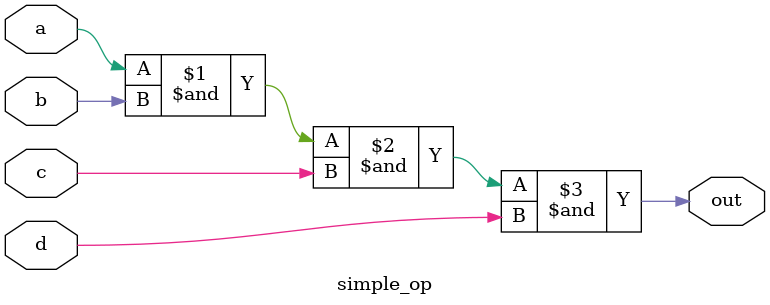
<source format=v>
module simple_op(a,b,c,d,out);
    input a;
    input b;
    input c;
    input d;
    output out;

    and(out,a,b,c,d);
endmodule


</source>
